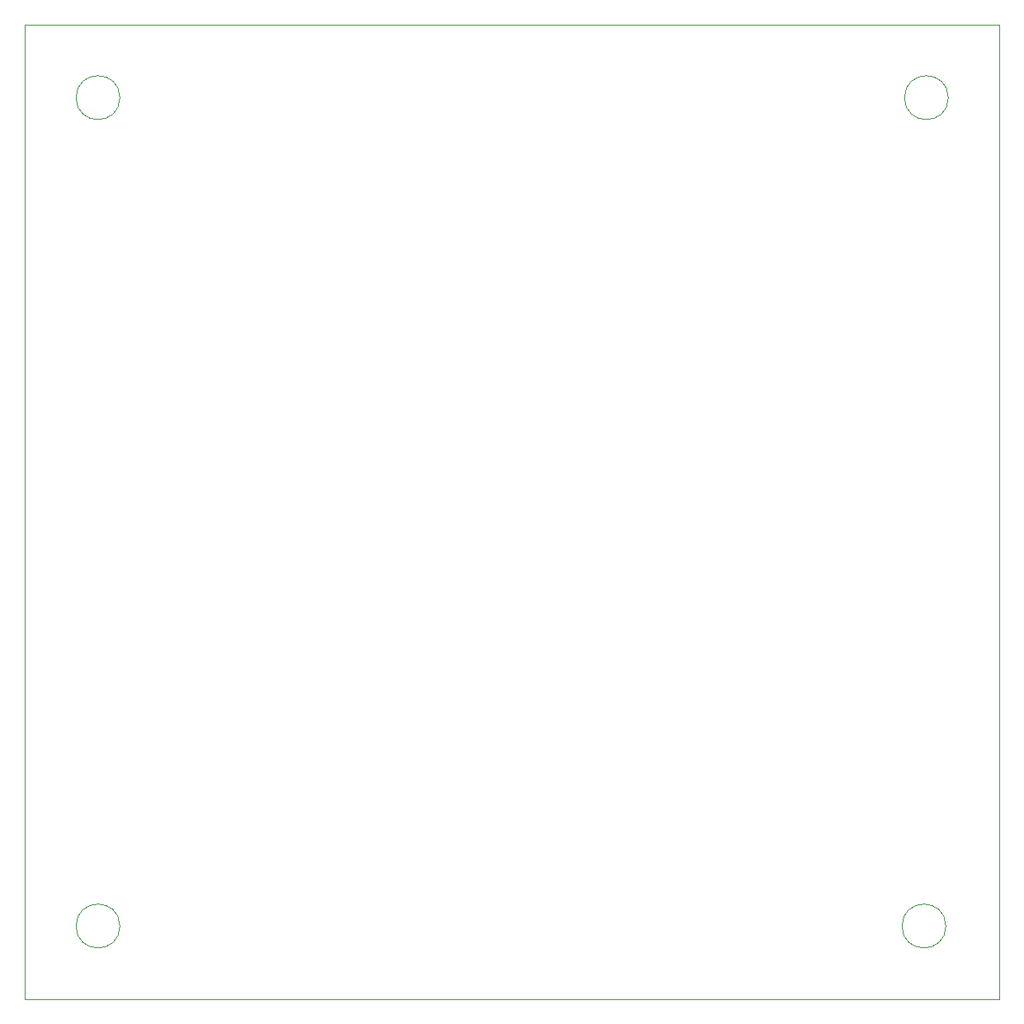
<source format=gm1>
G04 #@! TF.GenerationSoftware,KiCad,Pcbnew,6.0.7+dfsg-1build1*
G04 #@! TF.CreationDate,2023-04-07T12:23:55-07:00*
G04 #@! TF.ProjectId,Quad_Motor_Driver,51756164-5f4d-46f7-946f-725f44726976,rev?*
G04 #@! TF.SameCoordinates,Original*
G04 #@! TF.FileFunction,Profile,NP*
%FSLAX46Y46*%
G04 Gerber Fmt 4.6, Leading zero omitted, Abs format (unit mm)*
G04 Created by KiCad (PCBNEW 6.0.7+dfsg-1build1) date 2023-04-07 12:23:55*
%MOMM*%
%LPD*%
G01*
G04 APERTURE LIST*
G04 #@! TA.AperFunction,Profile*
%ADD10C,0.100000*%
G04 #@! TD*
G04 APERTURE END LIST*
D10*
X19944000Y-120375000D02*
X19944000Y-20375000D01*
X29694000Y-27875000D02*
G75*
G03*
X29694000Y-27875000I-2250000J0D01*
G01*
X119944000Y-20375000D02*
X119944000Y-120375000D01*
X114444000Y-112875000D02*
G75*
G03*
X114444000Y-112875000I-2250000J0D01*
G01*
X114694000Y-27875000D02*
G75*
G03*
X114694000Y-27875000I-2250000J0D01*
G01*
X29694000Y-112875000D02*
G75*
G03*
X29694000Y-112875000I-2250000J0D01*
G01*
X119944000Y-120375000D02*
X19944000Y-120375000D01*
X19944000Y-20375000D02*
X119944000Y-20375000D01*
M02*

</source>
